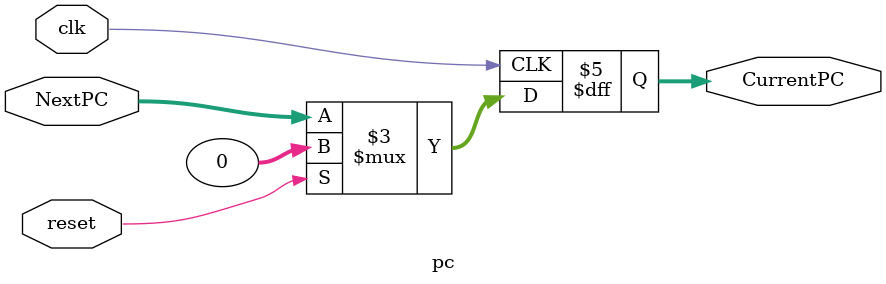
<source format=sv>
module pc (
    output logic[31:0] CurrentPC,
    input  logic[31:0] NextPC,
    input  logic       reset,
    input  logic       clk
);

always_ff @(posedge clk) begin
    if (reset) CurrentPC <= 0;
    else       CurrentPC <= NextPC;    
end

endmodule
</source>
